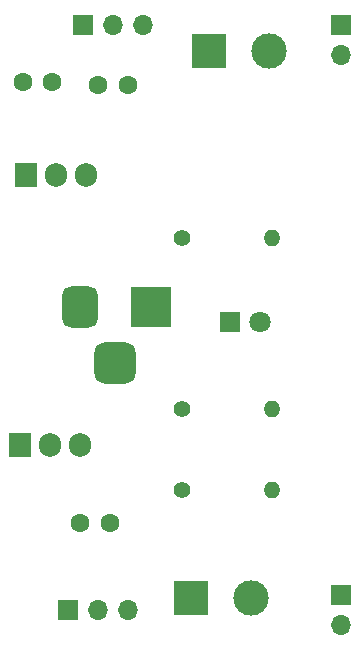
<source format=gbs>
%TF.GenerationSoftware,KiCad,Pcbnew,7.0.6*%
%TF.CreationDate,2023-08-31T21:11:47+05:30*%
%TF.ProjectId,bread board,62726561-6420-4626-9f61-72642e6b6963,rev?*%
%TF.SameCoordinates,Original*%
%TF.FileFunction,Soldermask,Bot*%
%TF.FilePolarity,Negative*%
%FSLAX46Y46*%
G04 Gerber Fmt 4.6, Leading zero omitted, Abs format (unit mm)*
G04 Created by KiCad (PCBNEW 7.0.6) date 2023-08-31 21:11:47*
%MOMM*%
%LPD*%
G01*
G04 APERTURE LIST*
G04 Aperture macros list*
%AMRoundRect*
0 Rectangle with rounded corners*
0 $1 Rounding radius*
0 $2 $3 $4 $5 $6 $7 $8 $9 X,Y pos of 4 corners*
0 Add a 4 corners polygon primitive as box body*
4,1,4,$2,$3,$4,$5,$6,$7,$8,$9,$2,$3,0*
0 Add four circle primitives for the rounded corners*
1,1,$1+$1,$2,$3*
1,1,$1+$1,$4,$5*
1,1,$1+$1,$6,$7*
1,1,$1+$1,$8,$9*
0 Add four rect primitives between the rounded corners*
20,1,$1+$1,$2,$3,$4,$5,0*
20,1,$1+$1,$4,$5,$6,$7,0*
20,1,$1+$1,$6,$7,$8,$9,0*
20,1,$1+$1,$8,$9,$2,$3,0*%
G04 Aperture macros list end*
%ADD10C,1.400000*%
%ADD11O,1.400000X1.400000*%
%ADD12R,1.700000X1.700000*%
%ADD13O,1.700000X1.700000*%
%ADD14C,1.600000*%
%ADD15R,1.800000X1.800000*%
%ADD16C,1.800000*%
%ADD17R,1.905000X2.000000*%
%ADD18O,1.905000X2.000000*%
%ADD19R,3.500000X3.500000*%
%ADD20RoundRect,0.750000X-0.750000X-1.000000X0.750000X-1.000000X0.750000X1.000000X-0.750000X1.000000X0*%
%ADD21RoundRect,0.875000X-0.875000X-0.875000X0.875000X-0.875000X0.875000X0.875000X-0.875000X0.875000X0*%
%ADD22R,3.000000X3.000000*%
%ADD23C,3.000000*%
G04 APERTURE END LIST*
D10*
%TO.C,R1*%
X111488000Y-99060000D03*
D11*
X119108000Y-99060000D03*
%TD*%
D12*
%TO.C,J3*%
X103124000Y-81026000D03*
D13*
X105664000Y-81026000D03*
X108204000Y-81026000D03*
%TD*%
D14*
%TO.C,C2*%
X104434000Y-86106000D03*
X106934000Y-86106000D03*
%TD*%
%TO.C,C1*%
X98044000Y-85852000D03*
X100544000Y-85852000D03*
%TD*%
D15*
%TO.C,D1*%
X115558000Y-106172000D03*
D16*
X118098000Y-106172000D03*
%TD*%
D12*
%TO.C,J7*%
X101854000Y-130556000D03*
D13*
X104394000Y-130556000D03*
X106934000Y-130556000D03*
%TD*%
D10*
%TO.C,R2*%
X111488000Y-120396000D03*
D11*
X119108000Y-120396000D03*
%TD*%
D17*
%TO.C,U2*%
X98298000Y-93726000D03*
D18*
X100838000Y-93726000D03*
X103378000Y-93726000D03*
%TD*%
D19*
%TO.C,J8*%
X108870000Y-104902000D03*
D20*
X102870000Y-104902000D03*
D21*
X105870000Y-109602000D03*
%TD*%
D17*
%TO.C,U1*%
X97790000Y-116586000D03*
D18*
X100330000Y-116586000D03*
X102870000Y-116586000D03*
%TD*%
D22*
%TO.C,J2*%
X113792000Y-83226000D03*
D23*
X118872000Y-83226000D03*
%TD*%
D12*
%TO.C,J6*%
X124968000Y-81026000D03*
D13*
X124968000Y-83566000D03*
%TD*%
D22*
%TO.C,J5*%
X112268000Y-129540000D03*
D23*
X117348000Y-129540000D03*
%TD*%
D10*
%TO.C,R3*%
X111488000Y-113538000D03*
D11*
X119108000Y-113538000D03*
%TD*%
D12*
%TO.C,J4*%
X124968000Y-129286000D03*
D13*
X124968000Y-131826000D03*
%TD*%
D14*
%TO.C,C3*%
X102910000Y-123190000D03*
X105410000Y-123190000D03*
%TD*%
M02*

</source>
